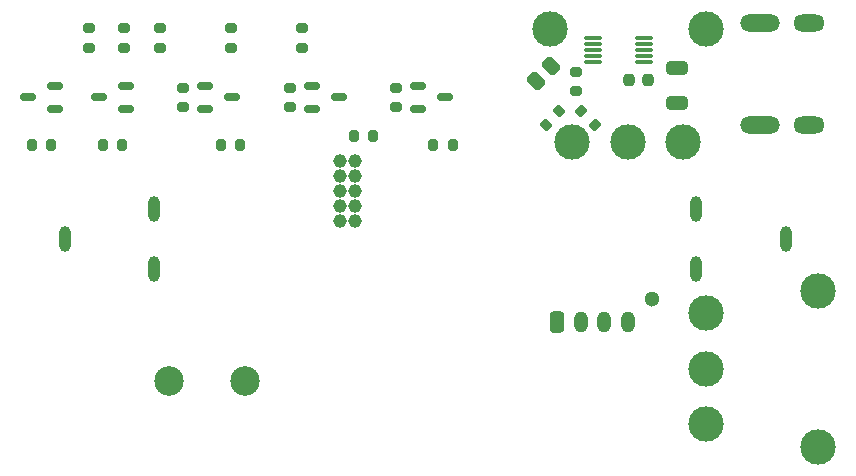
<source format=gbr>
%TF.GenerationSoftware,KiCad,Pcbnew,8.0.8*%
%TF.CreationDate,2025-01-25T09:27:47-05:00*%
%TF.ProjectId,GF24,47463234-2e6b-4696-9361-645f70636258,rev?*%
%TF.SameCoordinates,Original*%
%TF.FileFunction,Soldermask,Bot*%
%TF.FilePolarity,Negative*%
%FSLAX46Y46*%
G04 Gerber Fmt 4.6, Leading zero omitted, Abs format (unit mm)*
G04 Created by KiCad (PCBNEW 8.0.8) date 2025-01-25 09:27:47*
%MOMM*%
%LPD*%
G01*
G04 APERTURE LIST*
G04 Aperture macros list*
%AMRoundRect*
0 Rectangle with rounded corners*
0 $1 Rounding radius*
0 $2 $3 $4 $5 $6 $7 $8 $9 X,Y pos of 4 corners*
0 Add a 4 corners polygon primitive as box body*
4,1,4,$2,$3,$4,$5,$6,$7,$8,$9,$2,$3,0*
0 Add four circle primitives for the rounded corners*
1,1,$1+$1,$2,$3*
1,1,$1+$1,$4,$5*
1,1,$1+$1,$6,$7*
1,1,$1+$1,$8,$9*
0 Add four rect primitives between the rounded corners*
20,1,$1+$1,$2,$3,$4,$5,0*
20,1,$1+$1,$4,$5,$6,$7,0*
20,1,$1+$1,$6,$7,$8,$9,0*
20,1,$1+$1,$8,$9,$2,$3,0*%
G04 Aperture macros list end*
%ADD10C,3.000000*%
%ADD11O,2.652400X1.452400*%
%ADD12O,3.352400X1.452400*%
%ADD13C,1.300000*%
%ADD14RoundRect,0.250000X-0.350000X-0.650000X0.350000X-0.650000X0.350000X0.650000X-0.350000X0.650000X0*%
%ADD15O,1.200000X1.800000*%
%ADD16C,1.168400*%
%ADD17C,2.500000*%
%ADD18O,1.000000X2.200000*%
%ADD19RoundRect,0.287500X-0.106066X0.512652X-0.512652X0.106066X0.106066X-0.512652X0.512652X-0.106066X0*%
%ADD20RoundRect,0.150000X0.512500X0.150000X-0.512500X0.150000X-0.512500X-0.150000X0.512500X-0.150000X0*%
%ADD21RoundRect,0.200000X0.200000X0.275000X-0.200000X0.275000X-0.200000X-0.275000X0.200000X-0.275000X0*%
%ADD22RoundRect,0.200000X-0.275000X0.200000X-0.275000X-0.200000X0.275000X-0.200000X0.275000X0.200000X0*%
%ADD23RoundRect,0.237500X0.237500X0.262500X-0.237500X0.262500X-0.237500X-0.262500X0.237500X-0.262500X0*%
%ADD24RoundRect,0.200000X0.275000X-0.200000X0.275000X0.200000X-0.275000X0.200000X-0.275000X-0.200000X0*%
%ADD25RoundRect,0.200000X-0.335876X-0.053033X-0.053033X-0.335876X0.335876X0.053033X0.053033X0.335876X0*%
%ADD26RoundRect,0.150000X-0.512500X-0.150000X0.512500X-0.150000X0.512500X0.150000X-0.512500X0.150000X0*%
%ADD27RoundRect,0.200000X-0.053033X0.335876X-0.335876X0.053033X0.053033X-0.335876X0.335876X-0.053033X0*%
%ADD28RoundRect,0.075000X0.650000X0.075000X-0.650000X0.075000X-0.650000X-0.075000X0.650000X-0.075000X0*%
%ADD29RoundRect,0.287500X-0.612500X0.287500X-0.612500X-0.287500X0.612500X-0.287500X0.612500X0.287500X0*%
G04 APERTURE END LIST*
D10*
%TO.C,SW4*%
X174235000Y-101300000D03*
X174235000Y-106000000D03*
X174235000Y-110700000D03*
X183765000Y-112605000D03*
X183765000Y-99395000D03*
%TD*%
%TO.C,SW5*%
X162905000Y-86765000D03*
X167605000Y-86765000D03*
X172305000Y-86765000D03*
X174210000Y-77235000D03*
X161000000Y-77235000D03*
%TD*%
D11*
%TO.C,U6*%
X183000000Y-85320000D03*
X183000000Y-76680000D03*
D12*
X178850000Y-85320000D03*
X178850000Y-76680000D03*
%TD*%
D13*
%TO.C,SW3*%
X169650000Y-100100000D03*
D14*
X161650000Y-102000000D03*
D15*
X163650000Y-102000000D03*
X165650000Y-102000000D03*
X167650000Y-102000000D03*
%TD*%
D16*
%TO.C,J1*%
X144500000Y-93500000D03*
X143230000Y-93500000D03*
X144500000Y-92230000D03*
X143230000Y-92230000D03*
X144500000Y-90960000D03*
X143230000Y-90960000D03*
X144500000Y-89690000D03*
X143230000Y-89690000D03*
X144500000Y-88420000D03*
X143230000Y-88420000D03*
%TD*%
D17*
%TO.C,BZ1*%
X128750000Y-107000000D03*
X135250000Y-107000000D03*
%TD*%
D18*
%TO.C,BAT1*%
X173400000Y-97550000D03*
X181000000Y-95000000D03*
X173400000Y-92450000D03*
%TD*%
D19*
%TO.C,C13*%
X161136396Y-80363604D03*
X159863604Y-81636396D03*
%TD*%
D20*
%TO.C,Q2*%
X125137500Y-82050001D03*
X125137500Y-83949999D03*
X122862500Y-83000000D03*
%TD*%
D21*
%TO.C,R22*%
X146075000Y-86250000D03*
X144425000Y-86250000D03*
%TD*%
D20*
%TO.C,Q3*%
X119137500Y-82050000D03*
X119137500Y-83950000D03*
X116862500Y-83000000D03*
%TD*%
D22*
%TO.C,R15*%
X122000000Y-77175000D03*
X122000000Y-78825000D03*
%TD*%
D23*
%TO.C,C12*%
X169299999Y-81500000D03*
X167700001Y-81500000D03*
%TD*%
D24*
%TO.C,R7*%
X128000000Y-78825000D03*
X128000000Y-77175000D03*
%TD*%
D25*
%TO.C,R6*%
X163666637Y-84166637D03*
X164833363Y-85333363D03*
%TD*%
D18*
%TO.C,BAT2*%
X127550000Y-92450000D03*
X119950000Y-95000000D03*
X127550000Y-97550000D03*
%TD*%
D26*
%TO.C,Q4*%
X149862500Y-83949999D03*
X149862500Y-82050001D03*
X152137500Y-83000000D03*
%TD*%
D27*
%TO.C,TH1*%
X161833363Y-84166637D03*
X160666637Y-85333363D03*
%TD*%
D28*
%TO.C,U4*%
X169000000Y-78000000D03*
X169000000Y-78500000D03*
X169000000Y-79000000D03*
X169000000Y-79500000D03*
X169000000Y-80000000D03*
X164700000Y-80000000D03*
X164700000Y-79500000D03*
X164700000Y-79000000D03*
X164700000Y-78500000D03*
X164700000Y-78000000D03*
%TD*%
D24*
%TO.C,R5*%
X163250000Y-82500000D03*
X163250000Y-80850000D03*
%TD*%
D22*
%TO.C,R19*%
X139000000Y-82175000D03*
X139000000Y-83825000D03*
%TD*%
D26*
%TO.C,Q6*%
X131862500Y-83949999D03*
X131862500Y-82050001D03*
X134137500Y-83000000D03*
%TD*%
D21*
%TO.C,R18*%
X118825000Y-87000000D03*
X117175000Y-87000000D03*
%TD*%
D22*
%TO.C,R10*%
X148000000Y-82175000D03*
X148000000Y-83825000D03*
%TD*%
D21*
%TO.C,R17*%
X124825000Y-87000000D03*
X123175000Y-87000000D03*
%TD*%
D24*
%TO.C,R9*%
X140000000Y-78825000D03*
X140000000Y-77175000D03*
%TD*%
D21*
%TO.C,R20*%
X152825000Y-87000000D03*
X151175000Y-87000000D03*
%TD*%
%TO.C,R23*%
X134825000Y-87000000D03*
X133175000Y-87000000D03*
%TD*%
D26*
%TO.C,Q5*%
X140862500Y-83949999D03*
X140862500Y-82050001D03*
X143137500Y-83000000D03*
%TD*%
D24*
%TO.C,R16*%
X125000000Y-78825000D03*
X125000000Y-77175000D03*
%TD*%
D22*
%TO.C,R21*%
X130000000Y-82175000D03*
X130000000Y-83825000D03*
%TD*%
D29*
%TO.C,C11*%
X171750000Y-80500000D03*
X171750000Y-83500000D03*
%TD*%
D24*
%TO.C,R8*%
X134000000Y-78825000D03*
X134000000Y-77175000D03*
%TD*%
M02*

</source>
